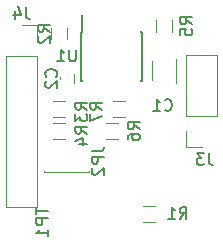
<source format=gbo>
G04 #@! TF.FileFunction,Legend,Bot*
%FSLAX46Y46*%
G04 Gerber Fmt 4.6, Leading zero omitted, Abs format (unit mm)*
G04 Created by KiCad (PCBNEW 4.0.6) date 08/27/17 18:35:28*
%MOMM*%
%LPD*%
G01*
G04 APERTURE LIST*
%ADD10C,0.100000*%
%ADD11C,0.120000*%
%ADD12C,0.150000*%
%ADD13R,2.100000X2.100000*%
%ADD14O,2.100000X2.100000*%
%ADD15O,2.398980X2.398980*%
%ADD16R,2.398980X2.398980*%
%ADD17R,2.000000X1.400000*%
%ADD18R,1.150000X1.200000*%
%ADD19R,0.900000X1.300000*%
%ADD20R,1.300000X0.900000*%
%ADD21R,1.000000X1.950000*%
%ADD22R,1.370000X1.670000*%
%ADD23C,1.900000*%
G04 APERTURE END LIST*
D10*
D11*
X134680000Y-101660000D02*
X132020000Y-101660000D01*
X134680000Y-88900000D02*
X134680000Y-101660000D01*
X132020000Y-88900000D02*
X132020000Y-101660000D01*
X134680000Y-88900000D02*
X132020000Y-88900000D01*
X134680000Y-87630000D02*
X134680000Y-86300000D01*
X134680000Y-86300000D02*
X133350000Y-86300000D01*
X144395000Y-91170000D02*
X144395000Y-89170000D01*
X146435000Y-89170000D02*
X146435000Y-91170000D01*
X136560000Y-90455000D02*
X136560000Y-91155000D01*
X137760000Y-91155000D02*
X137760000Y-90455000D01*
X147260000Y-88840000D02*
X149920000Y-88840000D01*
X147260000Y-93980000D02*
X147260000Y-88840000D01*
X149920000Y-93980000D02*
X149920000Y-88840000D01*
X147260000Y-93980000D02*
X149920000Y-93980000D01*
X147260000Y-95250000D02*
X147260000Y-96580000D01*
X147260000Y-96580000D02*
X148590000Y-96580000D01*
X143645000Y-102915000D02*
X144645000Y-102915000D01*
X144645000Y-101555000D02*
X143645000Y-101555000D01*
X137205000Y-87495000D02*
X137205000Y-86495000D01*
X135845000Y-86495000D02*
X135845000Y-87495000D01*
X137025000Y-92665000D02*
X136025000Y-92665000D01*
X136025000Y-94025000D02*
X137025000Y-94025000D01*
X137025000Y-94570000D02*
X136025000Y-94570000D01*
X136025000Y-95930000D02*
X137025000Y-95930000D01*
X146095000Y-86860000D02*
X146095000Y-85860000D01*
X144735000Y-85860000D02*
X144735000Y-86860000D01*
X141470000Y-94570000D02*
X140470000Y-94570000D01*
X140470000Y-95930000D02*
X141470000Y-95930000D01*
X142105000Y-92665000D02*
X141105000Y-92665000D01*
X141105000Y-94025000D02*
X142105000Y-94025000D01*
D12*
X138395000Y-86825000D02*
X138445000Y-86825000D01*
X138395000Y-90975000D02*
X138540000Y-90975000D01*
X143545000Y-90975000D02*
X143400000Y-90975000D01*
X143545000Y-86825000D02*
X143400000Y-86825000D01*
X138395000Y-86825000D02*
X138395000Y-90975000D01*
X143545000Y-86825000D02*
X143545000Y-90975000D01*
X138445000Y-86825000D02*
X138445000Y-85425000D01*
D11*
X135250000Y-96900000D02*
X139070000Y-96900000D01*
X139070000Y-96900000D02*
X139070000Y-98680000D01*
X139070000Y-98680000D02*
X135250000Y-98680000D01*
X135250000Y-96900000D02*
X135250000Y-98680000D01*
D12*
X133683333Y-84752381D02*
X133683333Y-85466667D01*
X133730953Y-85609524D01*
X133826191Y-85704762D01*
X133969048Y-85752381D01*
X134064286Y-85752381D01*
X132778571Y-85085714D02*
X132778571Y-85752381D01*
X133016667Y-84704762D02*
X133254762Y-85419048D01*
X132635714Y-85419048D01*
X145454666Y-93448143D02*
X145502285Y-93495762D01*
X145645142Y-93543381D01*
X145740380Y-93543381D01*
X145883238Y-93495762D01*
X145978476Y-93400524D01*
X146026095Y-93305286D01*
X146073714Y-93114810D01*
X146073714Y-92971952D01*
X146026095Y-92781476D01*
X145978476Y-92686238D01*
X145883238Y-92591000D01*
X145740380Y-92543381D01*
X145645142Y-92543381D01*
X145502285Y-92591000D01*
X145454666Y-92638619D01*
X144502285Y-93543381D02*
X145073714Y-93543381D01*
X144788000Y-93543381D02*
X144788000Y-92543381D01*
X144883238Y-92686238D01*
X144978476Y-92781476D01*
X145073714Y-92829095D01*
X136247143Y-90638334D02*
X136294762Y-90590715D01*
X136342381Y-90447858D01*
X136342381Y-90352620D01*
X136294762Y-90209762D01*
X136199524Y-90114524D01*
X136104286Y-90066905D01*
X135913810Y-90019286D01*
X135770952Y-90019286D01*
X135580476Y-90066905D01*
X135485238Y-90114524D01*
X135390000Y-90209762D01*
X135342381Y-90352620D01*
X135342381Y-90447858D01*
X135390000Y-90590715D01*
X135437619Y-90638334D01*
X135437619Y-91019286D02*
X135390000Y-91066905D01*
X135342381Y-91162143D01*
X135342381Y-91400239D01*
X135390000Y-91495477D01*
X135437619Y-91543096D01*
X135532857Y-91590715D01*
X135628095Y-91590715D01*
X135770952Y-91543096D01*
X136342381Y-90971667D01*
X136342381Y-91590715D01*
X149177333Y-97115381D02*
X149177333Y-97829667D01*
X149224953Y-97972524D01*
X149320191Y-98067762D01*
X149463048Y-98115381D01*
X149558286Y-98115381D01*
X148796381Y-97115381D02*
X148177333Y-97115381D01*
X148510667Y-97496333D01*
X148367809Y-97496333D01*
X148272571Y-97543952D01*
X148224952Y-97591571D01*
X148177333Y-97686810D01*
X148177333Y-97924905D01*
X148224952Y-98020143D01*
X148272571Y-98067762D01*
X148367809Y-98115381D01*
X148653524Y-98115381D01*
X148748762Y-98067762D01*
X148796381Y-98020143D01*
X146724666Y-102687381D02*
X147058000Y-102211190D01*
X147296095Y-102687381D02*
X147296095Y-101687381D01*
X146915142Y-101687381D01*
X146819904Y-101735000D01*
X146772285Y-101782619D01*
X146724666Y-101877857D01*
X146724666Y-102020714D01*
X146772285Y-102115952D01*
X146819904Y-102163571D01*
X146915142Y-102211190D01*
X147296095Y-102211190D01*
X145772285Y-102687381D02*
X146343714Y-102687381D01*
X146058000Y-102687381D02*
X146058000Y-101687381D01*
X146153238Y-101830238D01*
X146248476Y-101925476D01*
X146343714Y-101973095D01*
X135707381Y-86828334D02*
X135231190Y-86495000D01*
X135707381Y-86256905D02*
X134707381Y-86256905D01*
X134707381Y-86637858D01*
X134755000Y-86733096D01*
X134802619Y-86780715D01*
X134897857Y-86828334D01*
X135040714Y-86828334D01*
X135135952Y-86780715D01*
X135183571Y-86733096D01*
X135231190Y-86637858D01*
X135231190Y-86256905D01*
X134802619Y-87209286D02*
X134755000Y-87256905D01*
X134707381Y-87352143D01*
X134707381Y-87590239D01*
X134755000Y-87685477D01*
X134802619Y-87733096D01*
X134897857Y-87780715D01*
X134993095Y-87780715D01*
X135135952Y-87733096D01*
X135707381Y-87161667D01*
X135707381Y-87780715D01*
X138882381Y-93432334D02*
X138406190Y-93099000D01*
X138882381Y-92860905D02*
X137882381Y-92860905D01*
X137882381Y-93241858D01*
X137930000Y-93337096D01*
X137977619Y-93384715D01*
X138072857Y-93432334D01*
X138215714Y-93432334D01*
X138310952Y-93384715D01*
X138358571Y-93337096D01*
X138406190Y-93241858D01*
X138406190Y-92860905D01*
X137882381Y-93765667D02*
X137882381Y-94384715D01*
X138263333Y-94051381D01*
X138263333Y-94194239D01*
X138310952Y-94289477D01*
X138358571Y-94337096D01*
X138453810Y-94384715D01*
X138691905Y-94384715D01*
X138787143Y-94337096D01*
X138834762Y-94289477D01*
X138882381Y-94194239D01*
X138882381Y-93908524D01*
X138834762Y-93813286D01*
X138787143Y-93765667D01*
X138882381Y-95464334D02*
X138406190Y-95131000D01*
X138882381Y-94892905D02*
X137882381Y-94892905D01*
X137882381Y-95273858D01*
X137930000Y-95369096D01*
X137977619Y-95416715D01*
X138072857Y-95464334D01*
X138215714Y-95464334D01*
X138310952Y-95416715D01*
X138358571Y-95369096D01*
X138406190Y-95273858D01*
X138406190Y-94892905D01*
X138215714Y-96321477D02*
X138882381Y-96321477D01*
X137834762Y-96083381D02*
X138549048Y-95845286D01*
X138549048Y-96464334D01*
X147772381Y-86193334D02*
X147296190Y-85860000D01*
X147772381Y-85621905D02*
X146772381Y-85621905D01*
X146772381Y-86002858D01*
X146820000Y-86098096D01*
X146867619Y-86145715D01*
X146962857Y-86193334D01*
X147105714Y-86193334D01*
X147200952Y-86145715D01*
X147248571Y-86098096D01*
X147296190Y-86002858D01*
X147296190Y-85621905D01*
X146772381Y-87098096D02*
X146772381Y-86621905D01*
X147248571Y-86574286D01*
X147200952Y-86621905D01*
X147153333Y-86717143D01*
X147153333Y-86955239D01*
X147200952Y-87050477D01*
X147248571Y-87098096D01*
X147343810Y-87145715D01*
X147581905Y-87145715D01*
X147677143Y-87098096D01*
X147724762Y-87050477D01*
X147772381Y-86955239D01*
X147772381Y-86717143D01*
X147724762Y-86621905D01*
X147677143Y-86574286D01*
X143327381Y-95083334D02*
X142851190Y-94750000D01*
X143327381Y-94511905D02*
X142327381Y-94511905D01*
X142327381Y-94892858D01*
X142375000Y-94988096D01*
X142422619Y-95035715D01*
X142517857Y-95083334D01*
X142660714Y-95083334D01*
X142755952Y-95035715D01*
X142803571Y-94988096D01*
X142851190Y-94892858D01*
X142851190Y-94511905D01*
X142327381Y-95940477D02*
X142327381Y-95750000D01*
X142375000Y-95654762D01*
X142422619Y-95607143D01*
X142565476Y-95511905D01*
X142755952Y-95464286D01*
X143136905Y-95464286D01*
X143232143Y-95511905D01*
X143279762Y-95559524D01*
X143327381Y-95654762D01*
X143327381Y-95845239D01*
X143279762Y-95940477D01*
X143232143Y-95988096D01*
X143136905Y-96035715D01*
X142898810Y-96035715D01*
X142803571Y-95988096D01*
X142755952Y-95940477D01*
X142708333Y-95845239D01*
X142708333Y-95654762D01*
X142755952Y-95559524D01*
X142803571Y-95511905D01*
X142898810Y-95464286D01*
X140152381Y-93432334D02*
X139676190Y-93099000D01*
X140152381Y-92860905D02*
X139152381Y-92860905D01*
X139152381Y-93241858D01*
X139200000Y-93337096D01*
X139247619Y-93384715D01*
X139342857Y-93432334D01*
X139485714Y-93432334D01*
X139580952Y-93384715D01*
X139628571Y-93337096D01*
X139676190Y-93241858D01*
X139676190Y-92860905D01*
X139152381Y-93765667D02*
X139152381Y-94432334D01*
X140152381Y-94003762D01*
X137921905Y-88352381D02*
X137921905Y-89161905D01*
X137874286Y-89257143D01*
X137826667Y-89304762D01*
X137731429Y-89352381D01*
X137540952Y-89352381D01*
X137445714Y-89304762D01*
X137398095Y-89257143D01*
X137350476Y-89161905D01*
X137350476Y-88352381D01*
X136350476Y-89352381D02*
X136921905Y-89352381D01*
X136636191Y-89352381D02*
X136636191Y-88352381D01*
X136731429Y-88495238D01*
X136826667Y-88590476D01*
X136921905Y-88638095D01*
X139279381Y-96956667D02*
X139993667Y-96956667D01*
X140136524Y-96909047D01*
X140231762Y-96813809D01*
X140279381Y-96670952D01*
X140279381Y-96575714D01*
X140279381Y-97432857D02*
X139279381Y-97432857D01*
X139279381Y-97813810D01*
X139327000Y-97909048D01*
X139374619Y-97956667D01*
X139469857Y-98004286D01*
X139612714Y-98004286D01*
X139707952Y-97956667D01*
X139755571Y-97909048D01*
X139803190Y-97813810D01*
X139803190Y-97432857D01*
X139374619Y-98385238D02*
X139327000Y-98432857D01*
X139279381Y-98528095D01*
X139279381Y-98766191D01*
X139327000Y-98861429D01*
X139374619Y-98909048D01*
X139469857Y-98956667D01*
X139565095Y-98956667D01*
X139707952Y-98909048D01*
X140279381Y-98337619D01*
X140279381Y-98956667D01*
X134580381Y-101735095D02*
X134580381Y-102306524D01*
X135580381Y-102020809D02*
X134580381Y-102020809D01*
X135580381Y-102639857D02*
X134580381Y-102639857D01*
X134580381Y-103020810D01*
X134628000Y-103116048D01*
X134675619Y-103163667D01*
X134770857Y-103211286D01*
X134913714Y-103211286D01*
X135008952Y-103163667D01*
X135056571Y-103116048D01*
X135104190Y-103020810D01*
X135104190Y-102639857D01*
X135580381Y-104163667D02*
X135580381Y-103592238D01*
X135580381Y-103877952D02*
X134580381Y-103877952D01*
X134723238Y-103782714D01*
X134818476Y-103687476D01*
X134866095Y-103592238D01*
%LPC*%
D13*
X133350000Y-87630000D03*
D14*
X133350000Y-90170000D03*
X133350000Y-92710000D03*
X133350000Y-95250000D03*
X133350000Y-97790000D03*
X133350000Y-100330000D03*
D15*
X150495000Y-99695000D03*
D16*
X147955000Y-99695000D03*
D17*
X145415000Y-88670000D03*
X145415000Y-91670000D03*
D18*
X137160000Y-90055000D03*
X137160000Y-91555000D03*
D15*
X144145000Y-99695000D03*
D16*
X141605000Y-99695000D03*
D13*
X148590000Y-95250000D03*
D14*
X148590000Y-92710000D03*
X148590000Y-90170000D03*
D13*
X137160000Y-102870000D03*
D14*
X137160000Y-100330000D03*
D19*
X144895000Y-102235000D03*
X143395000Y-102235000D03*
D20*
X136525000Y-86245000D03*
X136525000Y-87745000D03*
D19*
X135775000Y-93345000D03*
X137275000Y-93345000D03*
X135775000Y-95250000D03*
X137275000Y-95250000D03*
D20*
X145415000Y-85610000D03*
X145415000Y-87110000D03*
D19*
X140220000Y-95250000D03*
X141720000Y-95250000D03*
X140855000Y-93345000D03*
X142355000Y-93345000D03*
D21*
X139065000Y-86200000D03*
X140335000Y-86200000D03*
X141605000Y-86200000D03*
X142875000Y-86200000D03*
X142875000Y-91600000D03*
X141605000Y-91600000D03*
X140335000Y-91600000D03*
X139065000Y-91600000D03*
D22*
X135890000Y-97790000D03*
X137160000Y-97790000D03*
X138430000Y-97790000D03*
D23*
X133350000Y-102870000D03*
M02*

</source>
